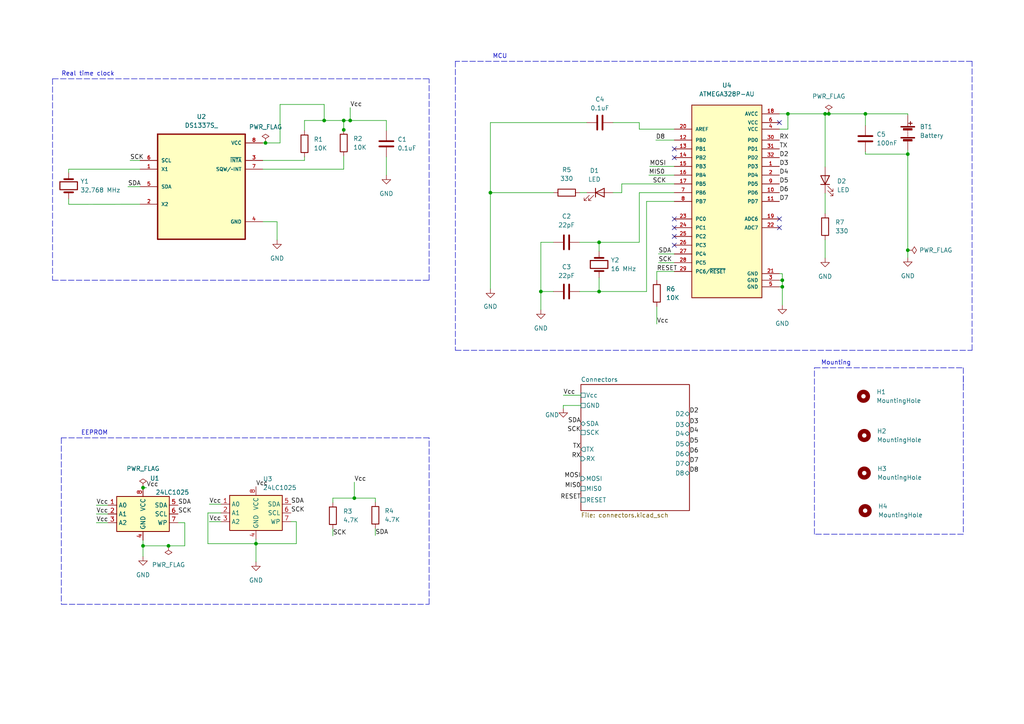
<source format=kicad_sch>
(kicad_sch (version 20211123) (generator eeschema)
  (paper "A4")
  (title_block (title "${project_name}") (date "2025-05-22") (rev "1"))
  (lib_symbols
    (symbol "ATMEGA328P-AU:ATMEGA328P-AU" (pin_names (offset 1.016))
      (property "Reference" "U4" (at 0 33.6804 0))
      (property "Value" "ATMEGA328P-AU" (at 0 31.1404 0))
      (symbol "ATMEGA328P-AU_0_0"
        (rectangle (start -10.16 -27.94) (end 10.16 27.94) (stroke (width 0.254)) (fill (type background)))
        (pin bidirectional line (at 15.24 10.16 180) (length 5.08) (name "PD3") (number "1"))
        (pin bidirectional line (at 15.24 2.54 180) (length 5.08) (name "PD6") (number "10"))
        (pin bidirectional line (at 15.24 0 180) (length 5.08) (name "PD7") (number "11"))
        (pin bidirectional line (at -15.24 17.78 0) (length 5.08) (name "PB0") (number "12"))
        (pin bidirectional line (at -15.24 15.24 0) (length 5.08) (name "PB1") (number "13"))
        (pin bidirectional line (at -15.24 12.7 0) (length 5.08) (name "PB2") (number "14"))
        (pin bidirectional line (at -15.24 10.16 0) (length 5.08) (name "PB3") (number "15"))
        (pin bidirectional line (at -15.24 7.62 0) (length 5.08) (name "PB4") (number "16"))
        (pin bidirectional line (at -15.24 5.08 0) (length 5.08) (name "PB5") (number "17"))
        (pin power_in line (at 15.24 25.4 180) (length 5.08) (name "AVCC") (number "18"))
        (pin bidirectional line (at 15.24 -5.08 180) (length 5.08) (name "ADC6") (number "19"))
        (pin bidirectional line (at 15.24 7.62 180) (length 5.08) (name "PD4") (number "2"))
        (pin input line (at -15.24 20.955 0) (length 5.08) (name "AREF") (number "20"))
        (pin power_in line (at 15.24 -20.955 180) (length 5.08) (name "GND") (number "21"))
        (pin bidirectional line (at 15.24 -7.62 180) (length 5.08) (name "ADC7") (number "22"))
        (pin bidirectional line (at -15.24 -5.08 0) (length 5.08) (name "PC0") (number "23"))
        (pin bidirectional line (at -15.24 -7.62 0) (length 5.08) (name "PC1") (number "24"))
        (pin bidirectional line (at -15.24 -10.16 0) (length 5.08) (name "PC2") (number "25"))
        (pin bidirectional line (at -15.24 -12.7 0) (length 5.08) (name "PC3") (number "26"))
        (pin bidirectional line (at -15.24 -15.24 0) (length 5.08) (name "PC4") (number "27"))
        (pin bidirectional line (at -15.24 -17.78 0) (length 5.08) (name "PC5") (number "28"))
        (pin bidirectional line (at -15.24 -20.32 0) (length 5.08) (name "PC6/~{RESET}") (number "29"))
        (pin power_in line (at 15.24 -22.86 180) (length 5.08) (name "GND") (number "3"))
        (pin bidirectional line (at 15.24 17.78 180) (length 5.08) (name "PD0") (number "30"))
        (pin bidirectional line (at 15.24 15.24 180) (length 5.08) (name "PD1") (number "31"))
        (pin bidirectional line (at 15.24 12.7 180) (length 5.08) (name "PD2") (number "32"))
        (pin power_in line (at 15.24 20.955 180) (length 5.08) (name "VCC") (number "4"))
        (pin power_in line (at 15.24 -24.765 180) (length 5.08) (name "GND") (number "5"))
        (pin power_in line (at 15.24 22.86 180) (length 5.08) (name "VCC") (number "6"))
        (pin bidirectional line (at -15.24 2.54 0) (length 5.08) (name "PB6") (number "7"))
        (pin bidirectional line (at -15.24 0 0) (length 5.08) (name "PB7") (number "8"))
        (pin bidirectional line (at 15.24 5.08 180) (length 5.08) (name "PD5") (number "9"))
      )
    )
    (symbol "DS1337S_:DS1337S_" (pin_names (offset 1.016))
      (property "Reference" "U" (at -12.7 16.24 0))
      (property "Value" "DS1337S_" (at -12.7 -19.24 0))
      (symbol "DS1337S__0_0"
        (rectangle (start -12.7 -15.24) (end 12.7 15.24) (stroke (width 0.41)) (fill (type background)))
        (pin input line (at -17.78 5.08 0) (length 5.08) (name "X1") (number "1"))
        (pin bidirectional line (at -17.78 -5.08 0) (length 5.08) (name "X2") (number "2"))
        (pin output line (at 17.78 7.62 180) (length 5.08) (name "~{INTA}") (number "3"))
        (pin power_in line (at 17.78 -10.16 180) (length 5.08) (name "GND") (number "4"))
        (pin bidirectional line (at -17.78 0 0) (length 5.08) (name "SDA") (number "5"))
        (pin input line (at -17.78 7.62 0) (length 5.08) (name "SCL") (number "6"))
        (pin output line (at 17.78 5.08 180) (length 5.08) (name "SQW/~INT") (number "7"))
        (pin power_in line (at 17.78 12.7 180) (length 5.08) (name "VCC") (number "8"))
      )
    )
    (symbol "Device:Battery" (pin_numbers hide) (pin_names (offset 0) hide)
      (property "Reference" "BT" (at 2.54 2.54 0))
      (property "Value" "Battery" (at 2.54 0 0))
      (symbol "Battery_0_1"
        (rectangle (start -2.032 -1.397) (end 2.032 -1.651) (fill (type outline)))
        (rectangle (start -2.032 1.778) (end 2.032 1.524) (fill (type outline)))
        (rectangle (start -1.3208 -1.9812) (end 1.27 -2.4892) (fill (type outline)))
        (rectangle (start -1.3208 1.1938) (end 1.27 0.6858) (fill (type outline)))
        (polyline (pts (xy 0 -1.524) (xy 0 -1.27)))
        (polyline (pts (xy 0 -1.016) (xy 0 -0.762)))
        (polyline (pts (xy 0 -0.508) (xy 0 -0.254)))
        (polyline (pts (xy 0 0) (xy 0 0.254)))
        (polyline (pts (xy 0 0.508) (xy 0 0.762)))
        (polyline (pts (xy 0 1.778) (xy 0 2.54)))
        (polyline (pts (xy 0.254 2.667) (xy 1.27 2.667)) (stroke (width 0.254)))
        (polyline (pts (xy 0.762 3.175) (xy 0.762 2.159)) (stroke (width 0.254)))
      )
      (symbol "Battery_1_1"
        (pin passive line (at 0 5.08 270) (length 2.54) (name "+") (number "1"))
        (pin passive line (at 0 -5.08 90) (length 2.54) (name "-") (number "2"))
      )
    )
    (symbol "Device:C" (pin_numbers hide) (pin_names (offset 0.254))
      (property "Reference" "C" (at 0.635 2.54 0))
      (property "Value" "C" (at 0.635 -2.54 0))
      (symbol "C_0_1"
        (polyline (pts (xy -2.032 -0.762) (xy 2.032 -0.762)) (stroke (width 0.508)))
        (polyline (pts (xy -2.032 0.762) (xy 2.032 0.762)) (stroke (width 0.508)))
      )
      (symbol "C_1_1"
        (pin passive line (at 0 3.81 270) (length 2.794) (name "~") (number "1"))
        (pin passive line (at 0 -3.81 90) (length 2.794) (name "~") (number "2"))
      )
    )
    (symbol "Device:Crystal" (pin_numbers hide) (pin_names (offset 1.016) hide)
      (property "Reference" "Y" (at 0 3.81 0))
      (property "Value" "Crystal" (at 0 -3.81 0))
      (symbol "Crystal_0_1"
        (rectangle (start -1.143 2.54) (end 1.143 -2.54) (stroke (width 0.3048)))
        (polyline (pts (xy -2.54 0) (xy -1.905 0)))
        (polyline (pts (xy -1.905 -1.27) (xy -1.905 1.27)) (stroke (width 0.508)))
        (polyline (pts (xy 1.905 -1.27) (xy 1.905 1.27)) (stroke (width 0.508)))
        (polyline (pts (xy 2.54 0) (xy 1.905 0)))
      )
      (symbol "Crystal_1_1"
        (pin passive line (at -3.81 0 0) (length 1.27) (name "1") (number "1"))
        (pin passive line (at 3.81 0 180) (length 1.27) (name "2") (number "2"))
      )
    )
    (symbol "Device:LED" (pin_numbers hide) (pin_names (offset 1.016) hide)
      (property "Reference" "D" (at 0 2.54 0))
      (property "Value" "LED" (at 0 -2.54 0))
      (symbol "LED_0_1"
        (polyline (pts (xy -1.27 -1.27) (xy -1.27 1.27)) (stroke (width 0.254)))
        (polyline (pts (xy -1.27 0) (xy 1.27 0)))
        (polyline (pts (xy 1.27 -1.27) (xy 1.27 1.27) (xy -1.27 0) (xy 1.27 -1.27)) (stroke (width 0.254)))
        (polyline (pts (xy -3.048 -0.762) (xy -4.572 -2.286) (xy -3.81 -2.286) (xy -4.572 -2.286) (xy -4.572 -1.524)))
        (polyline (pts (xy -1.778 -0.762) (xy -3.302 -2.286) (xy -2.54 -2.286) (xy -3.302 -2.286) (xy -3.302 -1.524)))
      )
      (symbol "LED_1_1"
        (pin passive line (at -3.81 0 0) (length 2.54) (name "K") (number "1"))
        (pin passive line (at 3.81 0 180) (length 2.54) (name "A") (number "2"))
      )
    )
    (symbol "Device:R" (pin_numbers hide) (pin_names (offset 0))
      (property "Reference" "R" (at 2.032 0 90))
      (property "Value" "R" (at 0 0 90))
      (symbol "R_0_1"
        (rectangle (start -1.016 -2.54) (end 1.016 2.54) (stroke (width 0.254)))
      )
      (symbol "R_1_1"
        (pin passive line (at 0 3.81 270) (length 1.27) (name "~") (number "1"))
        (pin passive line (at 0 -3.81 90) (length 1.27) (name "~") (number "2"))
      )
    )
    (symbol "Mechanical:MountingHole" (pin_names (offset 1.016))
      (property "Reference" "H" (at 0 5.08 0))
      (property "Value" "MountingHole" (at 0 3.175 0))
      (symbol "MountingHole_0_1"
        (circle (center 0 0) (radius 1.27) (stroke (width 1.27)))
      )
    )
    (symbol "Memory_EEPROM:24LC1025"
      (property "Reference" "U" (at -6.35 6.35 0))
      (property "Value" "24LC1025" (at 1.27 6.35 0))
      (symbol "24LC1025_1_1"
        (rectangle (start -7.62 5.08) (end 7.62 -5.08) (stroke (width 0.254)) (fill (type background)))
        (pin input line (at -10.16 2.54 0) (length 2.54) (name "A0") (number "1"))
        (pin input line (at -10.16 0 0) (length 2.54) (name "A1") (number "2"))
        (pin input line (at -10.16 -2.54 0) (length 2.54) (name "A2") (number "3"))
        (pin power_in line (at 0 -7.62 90) (length 2.54) (name "GND") (number "4"))
        (pin bidirectional line (at 10.16 2.54 180) (length 2.54) (name "SDA") (number "5"))
        (pin input line (at 10.16 0 180) (length 2.54) (name "SCL") (number "6"))
        (pin input line (at 10.16 -2.54 180) (length 2.54) (name "WP") (number "7"))
        (pin power_in line (at 0 7.62 270) (length 2.54) (name "VCC") (number "8"))
      )
    )
    (symbol "power:GND" (power) (pin_names (offset 0))
      (property "Value" "GND" (at 0 -3.81 0))
      (symbol "GND_0_1"
        (polyline (pts (xy 0 0) (xy 0 -1.27) (xy 1.27 -1.27) (xy 0 -2.54) (xy -1.27 -1.27) (xy 0 -1.27)))
      )
      (symbol "GND_1_1"
        (pin power_in line (at 0 0 270) (length 0) hide (name "GND") (number "1"))
      )
    )
    (symbol "power:PWR_FLAG" (power) (pin_numbers hide) (pin_names (offset 0) hide)
      (property "Value" "PWR_FLAG" (at 0 3.81 0))
      (symbol "PWR_FLAG_0_0"
        (pin power_out line (at 0 0 90) (length 0) (name "pwr") (number "1"))
      )
      (symbol "PWR_FLAG_0_1"
        (polyline (pts (xy 0 0) (xy 0 1.27) (xy -1.016 1.905) (xy 0 2.54) (xy 1.016 1.905) (xy 0 1.27)))
      )
    )
  )
  (junction (at 226.8982 83.185))
  (junction (at 173.7614 84.5566))
  (junction (at 77.0128 41.4528))
  (junction (at 263.2964 72.5678))
  (junction (at 240.3856 33.02))
  (junction (at 101.5746 34.9504))
  (junction (at 156.8704 84.5566))
  (junction (at 228.5238 33.02))
  (junction (at 263.2964 44.704))
  (junction (at 41.4782 158.3182))
  (junction (at 94.0308 34.9504))
  (junction (at 226.8982 81.28))
  (junction (at 251.0028 33.02))
  (junction (at 99.695 34.9504))
  (junction (at 41.4782 141.4526))
  (junction (at 102.7684 144.4752))
  (junction (at 48.8696 158.3182))
  (junction (at 74.2442 157.6832))
  (junction (at 99.695 37.6682))
  (junction (at 142.24 55.88))
  (junction (at 173.7614 70.2818))
  (junction (at 239.3188 33.02))
  (no_connect (at 195.58 71.12))
  (no_connect (at 195.58 68.58))
  (no_connect (at 195.58 66.04))
  (no_connect (at 195.58 63.5))
  (no_connect (at 226.06 66.04))
  (no_connect (at 226.06 63.5))
  (no_connect (at 195.58 43.18))
  (no_connect (at 195.58 45.72))
  (no_connect (at 226.06 35.56))
  (polyline (pts (xy 281.94 17.78) (xy 132.08 17.78)))
  (polyline (pts (xy 132.08 101.6) (xy 281.94 101.6)))
  (wire (pts (xy 228.5238 33.02) (xy 239.3188 33.02)))
  (wire (pts (xy 85.9536 151.3078) (xy 85.9536 157.6832)))
  (wire (pts (xy 142.24 55.88) (xy 160.5534 55.88)))
  (wire (pts (xy 81.2292 30.3022) (xy 94.0308 30.3022)))
  (wire (pts (xy 226.06 33.02) (xy 228.5238 33.02)))
  (wire (pts (xy 228.5238 37.465) (xy 226.06 37.465)))
  (wire (pts (xy 251.0028 33.02) (xy 251.0028 36.4236)))
  (wire (pts (xy 190.2206 40.64) (xy 195.58 40.64)))
  (wire (pts (xy 19.9136 57.6834) (xy 19.9136 59.2582)))
  (wire (pts (xy 168.1226 84.5566) (xy 173.7614 84.5566)))
  (wire (pts (xy 88.3158 37.8968) (xy 88.3158 34.9504)))
  (wire (pts (xy 99.695 37.6936) (xy 99.695 37.6682)))
  (wire (pts (xy 239.3188 69.5452) (xy 239.3188 74.8538)))
  (wire (pts (xy 99.695 49.0728) (xy 99.695 45.2882)))
  (wire (pts (xy 263.2964 33.02) (xy 263.2964 33.3502)))
  (polyline (pts (xy 15.24 81.28) (xy 124.46 81.28)))
  (wire (pts (xy 190.9572 73.6346) (xy 195.58 73.66)))
  (wire (pts (xy 76.2 41.4528) (xy 77.0128 41.4528)))
  (wire (pts (xy 188.4172 48.26) (xy 195.58 48.26)))
  (wire (pts (xy 263.2964 72.5678) (xy 263.2964 74.7014)))
  (polyline (pts (xy 236.22 106.68) (xy 279.4 106.68)))
  (polyline (pts (xy 15.24 22.86) (xy 15.24 81.28)))
  (wire (pts (xy 84.4042 151.3078) (xy 85.9536 151.3078)))
  (wire (pts (xy 101.5746 31.2166) (xy 101.5746 34.9504)))
  (wire (pts (xy 156.8704 84.5566) (xy 156.8704 89.8652)))
  (wire (pts (xy 60.706 151.3078) (xy 64.0842 151.3078)))
  (polyline (pts (xy 22.86 175.26) (xy 124.46 175.26)))
  (wire (pts (xy 156.8704 70.2818) (xy 160.5026 70.2818)))
  (wire (pts (xy 251.0028 44.704) (xy 251.0028 44.0436)))
  (wire (pts (xy 226.8982 81.28) (xy 226.8982 79.375)))
  (wire (pts (xy 88.3158 46.5328) (xy 88.3158 45.5168)))
  (polyline (pts (xy 279.4 154.94) (xy 236.22 154.94)))
  (wire (pts (xy 239.3188 33.02) (xy 240.3856 33.02)))
  (wire (pts (xy 81.2292 41.4528) (xy 81.2292 30.3022)))
  (polyline (pts (xy 279.4 109.22) (xy 279.4 154.94)))
  (wire (pts (xy 27.94 146.5326) (xy 31.3182 146.5326)))
  (wire (pts (xy 263.2964 44.704) (xy 251.0028 44.704)))
  (wire (pts (xy 188.1886 50.8) (xy 195.58 50.8)))
  (wire (pts (xy 94.0308 34.9504) (xy 99.695 34.9504)))
  (wire (pts (xy 108.8644 144.4752) (xy 108.8644 145.6436)))
  (wire (pts (xy 168.1734 55.88) (xy 170.18 55.88)))
  (wire (pts (xy 190.5 78.74) (xy 190.5 81.28)))
  (wire (pts (xy 60.2996 148.7678) (xy 64.0842 148.7678)))
  (polyline (pts (xy 17.78 127) (xy 17.78 175.26)))
  (wire (pts (xy 37.1094 54.1528) (xy 40.64 54.1528)))
  (wire (pts (xy 41.4782 158.3182) (xy 41.4782 161.417)))
  (wire (pts (xy 168.1226 70.2818) (xy 173.7614 70.2818)))
  (polyline (pts (xy 124.46 175.26) (xy 124.46 127)))
  (wire (pts (xy 96.5454 144.4752) (xy 102.7684 144.4752)))
  (wire (pts (xy 19.9136 49.0728) (xy 19.9136 50.0634)))
  (wire (pts (xy 76.2 46.5328) (xy 88.3158 46.5328)))
  (wire (pts (xy 187.5282 58.42) (xy 195.58 58.42)))
  (wire (pts (xy 156.8704 84.5566) (xy 160.5026 84.5566)))
  (wire (pts (xy 226.8982 79.375) (xy 226.06 79.375)))
  (wire (pts (xy 156.8704 70.2818) (xy 156.8704 84.5566)))
  (wire (pts (xy 48.8696 158.3182) (xy 41.4782 158.3182)))
  (wire (pts (xy 226.8982 83.185) (xy 226.8982 81.28)))
  (wire (pts (xy 226.06 81.28) (xy 226.8982 81.28)))
  (wire (pts (xy 40.64 59.2328) (xy 19.9136 59.2582)))
  (wire (pts (xy 53.594 158.3182) (xy 48.8696 158.3182)))
  (wire (pts (xy 108.8644 144.4752) (xy 102.7684 144.4752)))
  (wire (pts (xy 173.7614 84.5566) (xy 187.5282 84.5566)))
  (wire (pts (xy 185.42 70.2818) (xy 173.7614 70.2818)))
  (wire (pts (xy 99.695 34.9504) (xy 99.695 37.6682)))
  (wire (pts (xy 185.42 35.56) (xy 177.8 35.56)))
  (wire (pts (xy 94.0308 34.9504) (xy 88.3158 34.9504)))
  (wire (pts (xy 74.2442 157.6832) (xy 74.2442 156.3878)))
  (wire (pts (xy 53.594 151.6126) (xy 53.594 158.3182)))
  (wire (pts (xy 185.42 55.88) (xy 185.42 70.2818)))
  (wire (pts (xy 112.0648 45.5168) (xy 112.0648 50.8254)))
  (polyline (pts (xy 132.08 22.86) (xy 132.08 101.6)))
  (wire (pts (xy 60.706 146.2278) (xy 64.0842 146.2278)))
  (wire (pts (xy 185.42 37.465) (xy 185.42 35.56)))
  (wire (pts (xy 85.9536 157.6832) (xy 74.2442 157.6832)))
  (wire (pts (xy 77.0128 41.4528) (xy 81.2292 41.4528)))
  (wire (pts (xy 251.0028 33.02) (xy 263.2964 33.02)))
  (wire (pts (xy 99.695 34.9504) (xy 101.5746 34.9504)))
  (wire (pts (xy 180.34 55.88) (xy 177.8 55.88)))
  (wire (pts (xy 190.9826 76.2) (xy 195.58 76.2)))
  (wire (pts (xy 41.4782 156.6926) (xy 41.4782 158.3182)))
  (wire (pts (xy 239.3188 56.0324) (xy 239.3188 61.9252)))
  (polyline (pts (xy 124.46 127) (xy 17.78 127)))
  (wire (pts (xy 41.4782 141.4526) (xy 42.4942 141.4526)))
  (wire (pts (xy 239.3188 33.02) (xy 239.3188 48.4124)))
  (polyline (pts (xy 279.4 106.68) (xy 279.4 111.76)))
  (wire (pts (xy 76.2 64.3128) (xy 80.3656 64.3128)))
  (polyline (pts (xy 124.46 81.28) (xy 124.46 22.86)))
  (wire (pts (xy 173.7614 70.2818) (xy 173.7614 72.898)))
  (wire (pts (xy 226.8982 83.185) (xy 226.8982 88.4936)))
  (wire (pts (xy 180.34 53.34) (xy 180.34 55.88)))
  (wire (pts (xy 76.2 49.0728) (xy 99.695 49.0728)))
  (wire (pts (xy 168.4782 117.602) (xy 163.3728 117.602)))
  (polyline (pts (xy 281.94 101.6) (xy 281.94 17.78)))
  (wire (pts (xy 190.5 88.9) (xy 190.5 93.98)))
  (wire (pts (xy 60.2996 148.7678) (xy 60.2996 157.6832)))
  (polyline (pts (xy 15.24 22.86) (xy 124.46 22.86)))
  (wire (pts (xy 27.94 149.0726) (xy 31.3182 149.0726)))
  (wire (pts (xy 37.719 46.5328) (xy 40.64 46.5328)))
  (wire (pts (xy 112.0648 37.8968) (xy 112.0648 34.9504)))
  (wire (pts (xy 94.0308 30.3022) (xy 94.0308 34.9504)))
  (wire (pts (xy 40.64 49.0728) (xy 19.9136 49.0728)))
  (wire (pts (xy 173.7614 80.518) (xy 173.7614 84.5566)))
  (polyline (pts (xy 17.78 175.26) (xy 22.86 175.26)))
  (wire (pts (xy 27.94 151.6126) (xy 31.3182 151.6126)))
  (wire (pts (xy 108.8644 153.2636) (xy 108.8644 155.2956)))
  (wire (pts (xy 51.6382 151.6126) (xy 53.594 151.6126)))
  (wire (pts (xy 163.3728 117.602) (xy 163.3728 118.4656)))
  (wire (pts (xy 263.2964 43.5102) (xy 263.2964 44.704)))
  (wire (pts (xy 142.24 35.56) (xy 142.24 55.88)))
  (wire (pts (xy 190.5 78.74) (xy 195.58 78.74)))
  (polyline (pts (xy 132.08 17.78) (xy 132.08 22.86)))
  (wire (pts (xy 163.3982 114.6302) (xy 168.4782 114.6302)))
  (wire (pts (xy 142.24 55.88) (xy 142.24 83.82)))
  (wire (pts (xy 96.5454 145.7706) (xy 96.5454 144.4752)))
  (wire (pts (xy 96.5454 153.3906) (xy 96.5454 155.4226)))
  (wire (pts (xy 226.06 83.185) (xy 226.8982 83.185)))
  (wire (pts (xy 195.58 53.34) (xy 180.34 53.34)))
  (wire (pts (xy 170.18 35.56) (xy 142.24 35.56)))
  (wire (pts (xy 195.58 37.465) (xy 185.42 37.465)))
  (wire (pts (xy 102.7684 139.8524) (xy 102.7684 144.4752)))
  (wire (pts (xy 263.2964 44.704) (xy 263.2964 72.5678)))
  (wire (pts (xy 74.2442 157.6832) (xy 74.2442 162.9664)))
  (wire (pts (xy 195.58 55.88) (xy 185.42 55.88)))
  (wire (pts (xy 60.2996 157.6832) (xy 74.2442 157.6832)))
  (polyline (pts (xy 236.22 154.94) (xy 236.22 106.68)))
  (wire (pts (xy 240.3856 33.02) (xy 251.0028 33.02)))
  (wire (pts (xy 187.5282 84.5566) (xy 187.5282 58.42)))
  (wire (pts (xy 101.5746 34.9504) (xy 112.0648 34.9504)))
  (wire (pts (xy 80.3656 64.3128) (xy 80.3656 69.596)))
  (wire (pts (xy 228.5238 33.02) (xy 228.5238 37.465)))
  (text "EEPROM" (at 23.495 126.365 0) (effects (font (size 1.27 1.27)) (justify left bottom)))
  (text "Real time clock" (at 17.78 22.225 0) (effects (font (size 1.27 1.27)) (justify left bottom)))
  (text "Mounting" (at 238.125 106.045 0) (effects (font (size 1.27 1.27)) (justify left bottom)))
  (text "MCU" (at 142.875 17.145 0) (effects (font (size 1.27 1.27)) (justify left bottom)))
  (label "SCK" (at 37.719 46.5328 0))
  (label "SCK" (at 190.9826 76.2 0))
  (label "Vcc" (at 102.7684 139.8524 0))
  (label "D2" (at 199.9742 120.0404 0))
  (label "D2" (at 226.06 45.72 0))
  (label "Vcc" (at 74.2442 141.1478 0))
  (label "D6" (at 226.06 55.88 0))
  (label "SCK" (at 189.2808 53.34 0))
  (label "D7" (at 226.06 58.42 0))
  (label "SDA" (at 84.4042 146.2278 0))
  (label "RX" (at 168.4782 133.0452 180))
  (label "D5" (at 226.06 53.34 0))
  (label "Vcc" (at 42.4942 141.4526 0))
  (label "TX" (at 168.4782 130.3274 180))
  (label "SDA" (at 168.4782 122.8852 180))
  (label "D4" (at 226.06 50.8 0))
  (label "RESET" (at 190.5 78.7654 0))
  (label "D8" (at 199.9742 137.2362 0))
  (label "D7" (at 199.9742 134.4676 0))
  (label "RX" (at 226.06 40.64 0))
  (label "D5" (at 199.9742 128.778 0))
  (label "SCK" (at 51.6382 149.0726 0))
  (label "D3" (at 199.9742 123.1646 0))
  (label "SDA" (at 190.9572 73.6346 0))
  (label "SDA" (at 37.1094 54.1528 0))
  (label "MIS0" (at 188.1886 50.8 0))
  (label "MOSI" (at 188.4172 48.26 0))
  (label "D4" (at 199.9742 125.7808 0))
  (label "D6" (at 199.9742 131.6482 0))
  (label "SDA" (at 51.6382 146.5326 0))
  (label "TX" (at 226.06 43.18 0))
  (label "Vcc" (at 163.3982 114.6302 0))
  (label "Vcc" (at 27.94 151.6126 0))
  (label "SCK" (at 168.4782 125.4506 180))
  (label "Vcc" (at 60.706 146.2278 0))
  (label "Vcc" (at 101.5746 31.2166 0))
  (label "Vcc" (at 27.94 146.5326 0))
  (label "Vcc" (at 27.94 149.0726 0))
  (label "Vcc" (at 60.706 151.3078 0))
  (label "Vcc" (at 190.5 93.98 0))
  (label "D8" (at 190.2206 40.64 0))
  (label "SCK" (at 96.5454 155.4226 0))
  (label "SDA" (at 108.8644 155.2956 0))
  (label "MOSI" (at 168.4782 138.811 180))
  (label "RESET" (at 168.4782 145.0086 180))
  (label "D3" (at 226.06 48.26 0))
  (label "MIS0" (at 168.4782 141.7066 180))
  (label "SCK" (at 84.4042 148.7678 0))
  (symbol (lib_id "Device:C") (at 251.0028 40.2336 0) (unit 1)
    (property "Reference" "C5" (at 254.2286 38.9635 0) (effects (justify left)))
    (property "Value" "100nF" (at 254.2286 41.5035 0) (effects (justify left)))
    (property "Footprint" "Capacitor_SMD:C_0805_2012Metric" (effects hide))
  )
  (symbol (lib_id "Device:R") (at 108.8644 149.4536 0) (unit 1)
    (property "Reference" "R4" (at 111.5314 148.1835 0) (effects (justify left)))
    (property "Value" "4.7K" (at 111.5314 150.7235 0) (effects (justify left)))
    (property "Footprint" "Resistor_SMD:R_0805_2012Metric" (effects hide))
  )
  (symbol (lib_id "Device:Battery") (at 263.2964 38.4302 0) (unit 1)
    (property "Reference" "BT1" (at 266.7762 36.7791 0) (effects (justify left)))
    (property "Value" "Battery" (at 266.7762 39.3191 0) (effects (justify left)))
    (property "Footprint" "Connector_PinHeader_2.54mm:PinHeader_1x02_P2.54mm_Vertical" (effects hide))
  )
  (symbol (lib_id "Mechanical:MountingHole") (at 250.6726 137.2108 0) (unit 1)
    (property "Reference" "H3" (at 254.4318 135.9407 0) (effects (justify left)))
    (property "Value" "MountingHole" (at 254.4318 138.4807 0) (effects (justify left)))
    (property "Footprint" "MountingHole:MountingHole_2.1mm" (effects hide))
  )
  (symbol (lib_id "power:GND") (at 263.2964 74.7014 0) (unit 1)
    (property "Reference" "#PWR010" (effects hide))
    (property "Value" "GND" (at 263.2964 80.0354 0))
  )
  (symbol (lib_id "power:PWR_FLAG") (at 48.8696 158.3182 180) (unit 1)
    (property "Reference" "#FLG05" (effects hide))
    (property "Value" "PWR_FLAG" (at 48.8696 163.83 0))
  )
  (symbol (lib_id "DS1337S_:DS1337S_") (at 58.42 54.1528 0) (unit 1)
    (property "Reference" "U2" (at 58.42 33.8328 0))
    (property "Value" "DS1337S_" (at 58.42 36.3728 0))
    (property "Footprint" "MCU Datalogger:SOIC127P600X175-8N" (effects hide))
    (property "MF" "Analog Devices" (effects hide))
    (property "Description" "\n                        \n                            Real Time Clock (RTC) IC Clock/Calendar - I²C, 2-Wire Serial 8-SOIC (0.154, 3.90mm Width)\n                        \n" (effects hide))
    (property "Package" "SOIC-8 Maxim" (effects hide))
    (property "Price" "None" (effects hide))
    (property "SnapEDA_Link" "https://www.snapeda.com/parts/DS1337S/Analog+Devices/view-part/?ref=snap" (effects hide))
    (property "MP" "DS1337S" (effects hide))
    (property "Availability" "In Stock" (effects hide))
    (property "Check_prices" "https://www.snapeda.com/parts/DS1337S/Analog+Devices/view-part/?ref=eda" (effects hide))
  )
  (symbol (lib_id "Device:R") (at 164.3634 55.88 90) (unit 1)
    (property "Reference" "R5" (at 164.3634 49.2506 90))
    (property "Value" "330" (at 164.3634 51.7906 90))
    (property "Footprint" "Resistor_SMD:R_0805_2012Metric" (effects hide))
  )
  (symbol (lib_id "Device:C") (at 112.0648 41.7068 0) (unit 1)
    (property "Reference" "C1" (at 115.2906 40.4367 0) (effects (justify left)))
    (property "Value" "0.1uF" (at 115.2906 42.9767 0) (effects (justify left)))
    (property "Footprint" "Capacitor_SMD:C_0805_2012Metric" (effects hide))
  )
  (symbol (lib_id "power:PWR_FLAG") (at 240.3856 33.02 0) (unit 1)
    (property "Reference" "#FLG01" (effects hide))
    (property "Value" "PWR_FLAG" (at 240.3856 27.94 0))
  )
  (symbol (lib_id "Device:C") (at 164.3126 70.2818 270) (unit 1)
    (property "Reference" "C2" (at 164.3126 62.738 90))
    (property "Value" "22pF" (at 164.3126 65.278 90))
    (property "Footprint" "Capacitor_SMD:C_0805_2012Metric" (effects hide))
  )
  (symbol (lib_id "Device:R") (at 239.3188 65.7352 180) (unit 1)
    (property "Reference" "R7" (at 242.2398 64.4651 0) (effects (justify right)))
    (property "Value" "330" (at 242.2398 67.0051 0) (effects (justify right)))
    (property "Footprint" "Resistor_SMD:R_0805_2012Metric" (effects hide))
  )
  (symbol (lib_id "Device:C") (at 173.99 35.56 90) (unit 1)
    (property "Reference" "C4" (at 173.99 28.8036 90))
    (property "Value" "0.1uF" (at 173.99 31.3436 90))
    (property "Footprint" "Capacitor_SMD:C_0805_2012Metric" (effects hide))
  )
  (symbol (lib_id "Device:C") (at 164.3126 84.5566 90) (unit 1)
    (property "Reference" "C3" (at 164.3126 77.4192 90))
    (property "Value" "22pF" (at 164.3126 79.9592 90))
    (property "Footprint" "Capacitor_SMD:C_0805_2012Metric" (effects hide))
  )
  (symbol (lib_id "power:GND") (at 226.8982 88.4936 0) (unit 1)
    (property "Reference" "#PWR08" (effects hide))
    (property "Value" "GND" (at 226.8982 93.8276 0))
  )
  (symbol (lib_id "power:PWR_FLAG") (at 77.0128 41.4528 0) (unit 1)
    (property "Reference" "#FLG03" (effects hide))
    (property "Value" "PWR_FLAG" (at 77.0128 36.83 0))
  )
  (symbol (lib_id "power:PWR_FLAG") (at 41.4782 141.4526 0) (unit 1)
    (property "Reference" "#FLG04" (effects hide))
    (property "Value" "PWR_FLAG" (at 41.4782 135.9154 0))
  )
  (symbol (lib_id "Device:Crystal") (at 19.9136 53.8734 90) (unit 1)
    (property "Reference" "Y1" (at 23.2918 52.6033 90) (effects (justify right)))
    (property "Value" "32.768 MHz" (at 23.2918 55.1434 90) (effects (justify right)))
    (property "Footprint" "Crystal:Crystal_SMD_5032-2Pin_5.0x3.2mm_HandSoldering" (effects hide))
  )
  (symbol (lib_id "Device:Crystal") (at 173.7614 76.708 90) (unit 1)
    (property "Reference" "Y2" (at 177.1142 75.4379 90) (effects (justify right)))
    (property "Value" "16 MHz" (at 177.1142 77.9779 90) (effects (justify right)))
    (property "Footprint" "Crystal:Crystal_SMD_5032-2Pin_5.0x3.2mm_HandSoldering" (effects hide))
  )
  (symbol (lib_id "power:GND") (at 239.3188 74.8538 0) (unit 1)
    (property "Reference" "#PWR09" (effects hide))
    (property "Value" "GND" (at 239.3188 80.1878 0))
  )
  (symbol (lib_id "power:GND") (at 156.8704 89.8652 0) (unit 1)
    (property "Reference" "#PWR06" (effects hide))
    (property "Value" "GND" (at 156.8704 95.1992 0))
  )
  (symbol (lib_id "Memory_EEPROM:24LC1025") (at 74.2442 148.7678 0) (unit 1)
    (property "Reference" "U3" (at 76.2636 138.9126 0) (effects (justify left)))
    (property "Value" "24LC1025" (at 76.2636 141.4526 0) (effects (justify left)))
    (property "Footprint" "Package_SO:SOIC-8_5.23x5.23mm_P1.27mm" (effects hide))
    (property "Datasheet" "http://ww1.microchip.com/downloads/en/DeviceDoc/21941B.pdf" (effects hide))
  )
  (symbol (lib_id "Mechanical:MountingHole") (at 250.444 114.935 0) (unit 1)
    (property "Reference" "H1" (at 254.2032 113.6649 0) (effects (justify left)))
    (property "Value" "MountingHole" (at 254.2032 116.2049 0) (effects (justify left)))
    (property "Footprint" "MountingHole:MountingHole_2.1mm" (effects hide))
  )
  (symbol (lib_id "power:PWR_FLAG") (at 263.2964 72.5678 270) (unit 1)
    (property "Reference" "#FLG02" (effects hide))
    (property "Value" "PWR_FLAG" (at 266.5984 72.5677 90) (effects (justify left)))
  )
  (symbol (lib_id "Device:R") (at 99.695 41.4782 0) (unit 1)
    (property "Reference" "R2" (at 102.4382 40.2081 0) (effects (justify left)))
    (property "Value" "10K" (at 102.4382 42.7481 0) (effects (justify left)))
    (property "Footprint" "Resistor_SMD:R_0805_2012Metric" (effects hide))
  )
  (symbol (lib_id "Mechanical:MountingHole") (at 250.6726 126.3142 90) (unit 1)
    (property "Reference" "H2" (at 254.3556 125.0441 90) (effects (justify right)))
    (property "Value" "MountingHole" (at 254.3556 127.5841 90) (effects (justify right)))
    (property "Footprint" "MountingHole:MountingHole_2.1mm" (effects hide))
  )
  (symbol (lib_id "power:GND") (at 80.3656 69.596 0) (unit 1)
    (property "Reference" "#PWR03" (effects hide))
    (property "Value" "GND" (at 80.3656 74.93 0))
  )
  (symbol (lib_id "Device:LED") (at 173.99 55.88 0) (unit 1)
    (property "Reference" "D1" (at 172.4025 49.4792 0))
    (property "Value" "LED" (at 172.4025 52.0192 0))
    (property "Footprint" "LED_SMD:LED_0805_2012Metric" (effects hide))
  )
  (symbol (lib_id "Memory_EEPROM:24LC1025") (at 41.4782 149.0726 0) (unit 1)
    (property "Reference" "U1" (at 43.4976 138.7348 0) (effects (justify left)))
    (property "Value" "24LC1025" (at 45.1104 142.7988 0) (effects (justify left)))
    (property "Footprint" "Package_SO:SOIC-8_5.23x5.23mm_P1.27mm" (effects hide))
    (property "Datasheet" "http://ww1.microchip.com/downloads/en/DeviceDoc/21941B.pdf" (effects hide))
  )
  (symbol (lib_id "power:GND") (at 163.3728 118.4656 0) (unit 1)
    (property "Reference" "#PWR07" (effects hide))
    (property "Value" "GND" (at 160.1216 120.3452 0))
  )
  (symbol (lib_id "power:GND") (at 112.0648 50.8254 0) (unit 1)
    (property "Reference" "#PWR04" (effects hide))
    (property "Value" "GND" (at 112.0648 56.1594 0))
  )
  (symbol (lib_id "power:GND") (at 74.2442 162.9664 0) (unit 1)
    (property "Reference" "#PWR02" (effects hide))
    (property "Value" "GND" (at 74.2442 168.3004 0))
  )
  (symbol (lib_id "Device:R") (at 190.5 85.09 180) (unit 1)
    (property "Reference" "R6" (at 193.167 83.8199 0) (effects (justify right)))
    (property "Value" "10K" (at 193.167 86.3599 0) (effects (justify right)))
    (property "Footprint" "Resistor_SMD:R_0805_2012Metric" (effects hide))
  )
  (symbol (lib_id "Device:LED") (at 239.3188 52.2224 90) (unit 1)
    (property "Reference" "D2" (at 242.7478 52.5398 90) (effects (justify right)))
    (property "Value" "LED" (at 242.7478 55.0798 90) (effects (justify right)))
    (property "Footprint" "LED_SMD:LED_0805_2012Metric" (effects hide))
  )
  (symbol (lib_id "power:GND") (at 41.4782 161.417 0) (unit 1)
    (property "Reference" "#PWR01" (effects hide))
    (property "Value" "GND" (at 41.4782 166.751 0))
  )
  (symbol (lib_id "Mechanical:MountingHole") (at 250.9266 148.1074 0) (unit 1)
    (property "Reference" "H4" (at 254.6858 146.8373 0) (effects (justify left)))
    (property "Value" "MountingHole" (at 254.6858 149.3773 0) (effects (justify left)))
    (property "Footprint" "MountingHole:MountingHole_2.1mm" (effects hide))
  )
  (symbol (lib_id "ATMEGA328P-AU:ATMEGA328P-AU") (at 210.82 58.42 0) (unit 1)
    (property "Reference" "U4" (at 210.82 24.7396 0))
    (property "Value" "ATMEGA328P-AU" (at 210.82 27.2796 0))
    (property "Footprint" "MCU Datalogger:QFP80P900X900X120-32N" (effects hide))
    (property "MF" "Microchip Technology" (effects hide))
    (property "MAXIMUM_PACKAGE_HEIGHT" "1.20mm" (effects hide))
    (property "Package" "TQFP-32 Microchip" (effects hide))
    (property "Price" "None" (effects hide))
    (property "Check_prices" "https://www.snapeda.com/parts/ATMEGA328P-AU/Microchip/view-part/?ref=eda" (effects hide))
    (property "STANDARD" "IPC-7351B" (effects hide))
    (property "PARTREV" "8271A" (effects hide))
    (property "SnapEDA_Link" "https://www.snapeda.com/parts/ATMEGA328P-AU/Microchip/view-part/?ref=snap" (effects hide))
    (property "MP" "ATMEGA328P-AU" (effects hide))
    (property "Description" "\n                        \n                            AVR AVR® ATmega Microcontroller IC 8-Bit 20MHz 32KB (16K x 16) FLASH 32-TQFP (7x7)\n                        \n" (effects hide))
    (property "Availability" "In Stock" (effects hide))
    (property "MANUFACTURER" "Microchip" (effects hide))
  )
  (symbol (lib_id "Device:R") (at 96.5454 149.5806 0) (unit 1)
    (property "Reference" "R3" (at 99.5172 148.3105 0) (effects (justify left)))
    (property "Value" "4.7K" (at 99.5172 150.8505 0) (effects (justify left)))
    (property "Footprint" "Resistor_SMD:R_0805_2012Metric" (effects hide))
  )
  (symbol (lib_id "power:GND") (at 142.24 83.82 0) (unit 1)
    (property "Reference" "#PWR05" (effects hide))
    (property "Value" "GND" (at 142.24 88.9 0))
  )
  (symbol (lib_id "Device:R") (at 88.3158 41.7068 0) (unit 1)
    (property "Reference" "R1" (at 90.9828 40.4367 0) (effects (justify left)))
    (property "Value" "10K" (at 90.9828 42.9767 0) (effects (justify left)))
    (property "Footprint" "Resistor_SMD:R_0805_2012Metric" (effects hide))
  )
  (sheet (at 168.4782 111.5314) (size 31.496 36.576) (stroke (width 0.1524))
    (property "Sheet name" "Connectors" (at 168.4782 110.8198 0) (effects (justify left bottom)))
    (property "Sheet file" "connectors.kicad_sch" (at 168.4782 148.692 0) (effects (justify left top)))
    (pin "Vcc" passive (at 168.4782 114.6302 180))
    (pin "MOSI" input (at 168.4782 138.811 180))
    (pin "GND" passive (at 168.4782 117.602 180))
    (pin "SCK" passive (at 168.4782 125.4506 180))
    (pin "RESET" passive (at 168.4782 145.0086 180))
    (pin "MIS0" passive (at 168.4782 141.7066 180))
    (pin "D2" bidirectional (at 199.9742 120.0404 0))
    (pin "D3" bidirectional (at 199.9742 123.1646 0))
    (pin "D4" bidirectional (at 199.9742 125.7808 0))
    (pin "D5" bidirectional (at 199.9742 128.778 0))
    (pin "SDA" bidirectional (at 168.4782 122.8852 180))
    (pin "D6" bidirectional (at 199.9742 131.6482 0))
    (pin "D7" bidirectional (at 199.9742 134.4676 0))
    (pin "D8" bidirectional (at 199.9742 137.2362 0))
    (pin "RX" input (at 168.4782 133.0452 180))
    (pin "TX" output (at 168.4782 130.3274 180))
  )
)
</source>
